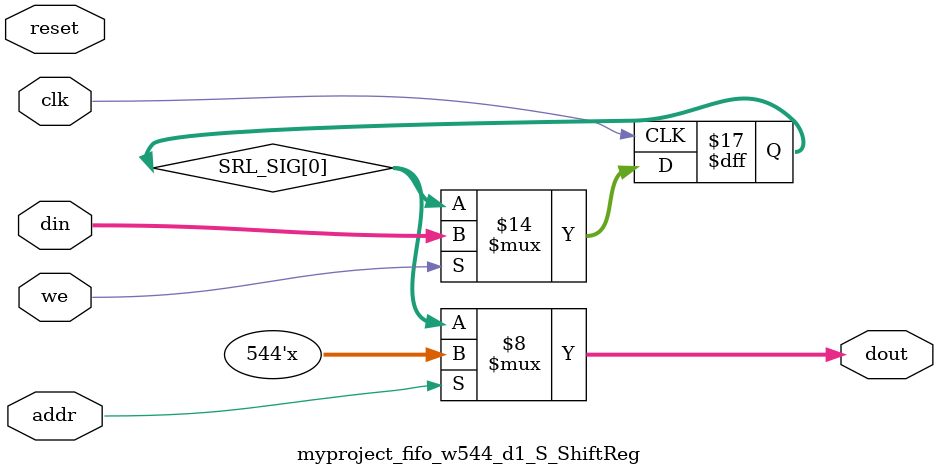
<source format=v>

`timescale 1ns/1ps

module myproject_fifo_w544_d1_S
#(parameter
    MEM_STYLE    = "shiftReg",
    DATA_WIDTH   = 544,
    ADDR_WIDTH   = 1,
    DEPTH        = 1)
(
    // system signal
    input  wire                  clk,
    input  wire                  reset,

    // write
    output wire                  if_full_n,
    input  wire                  if_write_ce,
    input  wire                  if_write,
    input  wire [DATA_WIDTH-1:0] if_din,
    
    // read 
    output wire [ADDR_WIDTH:0]   if_num_data_valid, // for FRP
    output wire [ADDR_WIDTH:0]   if_fifo_cap,       // for FRP

    output wire                  if_empty_n,
    input  wire                  if_read_ce,
    input  wire                  if_read,
    output wire [DATA_WIDTH-1:0] if_dout
);
//------------------------Parameter----------------------

//------------------------Local signal-------------------
    wire [ADDR_WIDTH-1:0] addr;
    wire                  push;
    wire                  pop;
    reg signed [ADDR_WIDTH:0] mOutPtr;
    reg                   empty_n = 1'b0;
    reg                   full_n = 1'b1; 
    // has num_data_valid? 
    reg  [ADDR_WIDTH:0]   num_data_valid; //yes 
//------------------------Instantiation------------------
    myproject_fifo_w544_d1_S_ShiftReg 
    #(  .DATA_WIDTH (DATA_WIDTH),
        .ADDR_WIDTH (ADDR_WIDTH),
        .DEPTH      (DEPTH))
    U_myproject_fifo_w544_d1_S_ShiftReg (
        .clk        (clk),
        .we         (push),
        .addr       (addr),
        .din        (if_din),
        .dout       (if_dout)
    );
//------------------------Task and function--------------

//------------------------Body---------------------------
    // num_data_valid 
    assign if_num_data_valid = num_data_valid;
    assign if_fifo_cap       = DEPTH;

    // almost full/empty 

    // program full/empty 

    assign if_full_n  = full_n; 
    assign if_empty_n = empty_n;

    assign push       = full_n & if_write_ce & if_write;
    assign pop        = empty_n & if_read_ce & if_read;

    assign addr       = mOutPtr[ADDR_WIDTH] == 1'b0 ? mOutPtr[ADDR_WIDTH-1:0] : {ADDR_WIDTH{1'b0}};

    // mOutPtr
    always @(posedge clk) begin
        if (reset)
            mOutPtr <= {ADDR_WIDTH+1{1'b1}};
        else if (push & ~pop)
            mOutPtr <= mOutPtr + 1'b1;
        else if (~push & pop)
            mOutPtr <= mOutPtr - 1'b1;
    end

    // full_n
    always @(posedge clk) begin
        if (reset)
            full_n <= 1'b1;
        else if ((push & ~pop) && (mOutPtr == DEPTH - 2))
            full_n <= 1'b0;
        else if (~push & pop)
            full_n <= 1'b1;
    end

    // empty_n
    always @(posedge clk) begin
        if (reset)
            empty_n <= 1'b0;
        else if (push & ~pop)
            empty_n <= 1'b1;
        else if ((~push & pop) && (mOutPtr == 0))
            empty_n <= 1'b0;
    end

    // almost_full_n 

    // almost_empty_n 

    // prog_full_n 
 
    // prog_empty_n 

    // num_data_valid 
    always @(posedge clk) begin
        if (reset)
            num_data_valid <= {ADDR_WIDTH+1{1'b0}};
        else if ( push & ~pop)
            num_data_valid <= num_data_valid + 1;
        else if (~push & pop)
            num_data_valid <= num_data_valid - 1;
    end // 

endmodule  


module myproject_fifo_w544_d1_S_ShiftReg
#(parameter
    DATA_WIDTH  = 544,
    ADDR_WIDTH  = 1,
    DEPTH       = 1)
(
    input  wire                  clk,
    input  wire                  reset,
    input  wire                  we,
    input  wire [ADDR_WIDTH-1:0] addr,
    input  wire [DATA_WIDTH-1:0] din,
    output wire [DATA_WIDTH-1:0] dout
);

    reg [DATA_WIDTH-1:0] SRL_SIG [0:DEPTH-1];
    integer i;

    always @ (posedge clk) begin
        if (we) begin
            for (i=0; i<DEPTH-1; i=i+1)
                SRL_SIG[i+1] <= SRL_SIG[i];
            SRL_SIG[0] <= din;
        end
    end

    assign dout = SRL_SIG[addr];

endmodule
</source>
